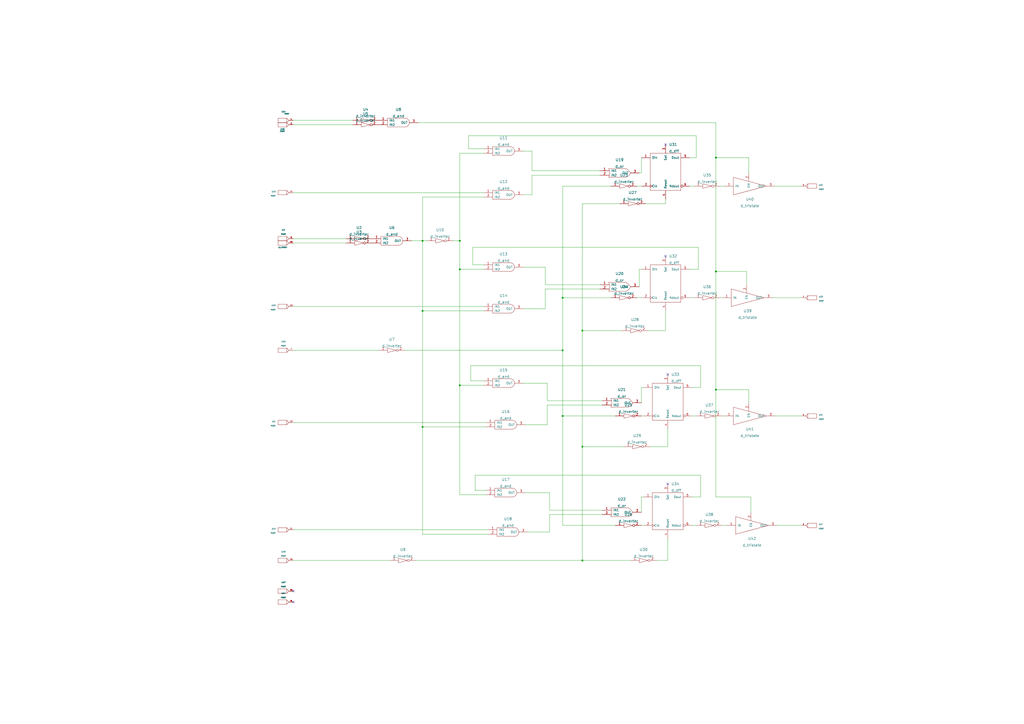
<source format=kicad_sch>
(kicad_sch (version 20211123) (generator eeschema)
  (paper "A2")
  (lib_symbols
    (symbol "eSim_Digital:d_and" (pin_names (offset 1.016))
      (property "Reference" "U" (at 0 0 0))
      (property "Value" "d_and" (at 1.27 2.54 0))
      (symbol "d_and_0_1"
        (polyline (pts (xy 3.81 -1.27) (xy -6.35 -1.27) (xy -6.35 3.81) (xy 3.81 3.81)))
        (arc (start 3.81 -1.27) (mid 5.5897 -0.5171) (end 6.35 1.27))
        (arc (start 6.35 1.27) (mid 5.5971 3.0497) (end 3.81 3.81))
      )
      (symbol "d_and_1_1"
        (pin input line (at -11.43 2.54 0) (length 5.08) (name "IN1") (number "1"))
        (pin input line (at -11.43 0 0) (length 5.08) (name "IN2") (number "2"))
        (pin output line (at 11.43 1.27 180) (length 5.08) (name "OUT") (number "3"))
      )
    )
    (symbol "eSim_Digital:d_dff" (pin_names (offset 1.016))
      (property "Reference" "U" (at 0 0 0))
      (property "Value" "d_dff" (at 0 3.81 0))
      (symbol "d_dff_0_1"
        (rectangle (start 8.89 11.43) (end -8.89 -10.16))
      )
      (symbol "d_dff_1_1"
        (pin input line (at -13.97 8.89 0) (length 5.08) (name "Din") (number "1"))
        (pin input clock (at -13.97 -7.62 0) (length 5.08) (name "Clk") (number "2"))
        (pin input line (at 0 16.51 270) (length 5.08) (name "Set") (number "3"))
        (pin input line (at 0 -15.24 90) (length 5.08) (name "Reset") (number "4"))
        (pin output line (at 13.97 8.89 180) (length 5.08) (name "Dout") (number "5"))
        (pin output inverted (at 13.97 -7.62 180) (length 5.08) (name "Ndout") (number "6"))
      )
    )
    (symbol "eSim_Digital:d_inverter" (pin_names (offset 1.016))
      (property "Reference" "U" (at 0 -2.54 0))
      (property "Value" "d_inverter" (at 0 3.81 0))
      (symbol "d_inverter_0_1"
        (polyline (pts (xy -2.54 1.27) (xy -2.54 -1.27) (xy 2.54 0) (xy -2.54 1.27)))
      )
      (symbol "d_inverter_1_1"
        (pin input line (at -7.62 0 0) (length 5.08) (name "~") (number "1"))
        (pin output inverted (at 7.62 0 180) (length 5.08) (name "~") (number "2"))
      )
    )
    (symbol "eSim_Digital:d_or" (pin_names (offset 1.016))
      (property "Reference" "U" (at 0 0 0))
      (property "Value" "d_or" (at 0 2.54 0))
      (symbol "d_or_0_1"
        (arc (start -6.35 -1.27) (mid -5.7504 1.27) (end -6.35 3.81))
        (polyline (pts (xy -6.35 -1.27) (xy 3.81 -1.27)))
        (polyline (pts (xy -6.35 3.81) (xy 3.81 3.81)))
        (arc (start 3.81 -1.27) (mid 5.3181 -0.2399) (end 6.35 1.27))
        (arc (start 6.35 1.27) (mid 5.2222 2.6828) (end 3.81 3.81))
      )
      (symbol "d_or_1_1"
        (pin input line (at -11.43 2.54 0) (length 5.461) (name "IN1") (number "1"))
        (pin input line (at -11.43 0 0) (length 5.461) (name "IN2") (number "2"))
        (pin output line (at 11.43 1.27 180) (length 5.08) (name "OUT") (number "3"))
      )
    )
    (symbol "eSim_Digital:d_tristate" (pin_names (offset 1.016))
      (property "Reference" "U" (at -6.35 6.35 0))
      (property "Value" "d_tristate" (at -5.08 11.43 0))
      (symbol "d_tristate_0_1"
        (polyline (pts (xy -10.16 13.97) (xy -10.16 3.81) (xy 8.89 8.89) (xy -10.16 13.97)))
      )
      (symbol "d_tristate_1_1"
        (pin input line (at -15.24 8.89 0) (length 5.08) (name "IN") (number "1"))
        (pin input line (at -1.27 1.27 90) (length 4.9022) (name "EN") (number "2"))
        (pin output line (at 13.97 8.89 180) (length 5.08) (name "OUT") (number "3"))
      )
    )
    (symbol "eSim_Miscellaneous:PORT" (pin_names (offset 1.016))
      (property "Reference" "U" (at 1.27 2.54 0))
      (property "Value" "PORT" (at 0 0 0))
      (symbol "PORT_0_1"
        (rectangle (start -2.54 1.27) (end 2.54 -1.27))
        (arc (start 2.54 1.27) (mid 3.1355 0.5955) (end 3.81 0))
        (arc (start 3.81 0) (mid 3.1447 -0.6046) (end 2.54 -1.27))
      )
      (symbol "PORT_1_1"
        (pin bidirectional line (at 6.35 0 180) (length 2.54) (name "~") (number "1"))
      )
      (symbol "PORT_2_1"
        (pin bidirectional line (at 6.35 0 180) (length 2.54) (name "~") (number "2"))
      )
      (symbol "PORT_3_1"
        (pin bidirectional line (at 6.35 0 180) (length 2.54) (name "~") (number "3"))
      )
      (symbol "PORT_4_1"
        (pin bidirectional line (at 6.35 0 180) (length 2.54) (name "~") (number "4"))
      )
      (symbol "PORT_5_1"
        (pin bidirectional line (at 6.35 0 180) (length 2.54) (name "~") (number "5"))
      )
      (symbol "PORT_6_1"
        (pin bidirectional line (at 6.35 0 180) (length 2.54) (name "~") (number "6"))
      )
      (symbol "PORT_7_1"
        (pin bidirectional line (at 6.35 0 180) (length 2.54) (name "~") (number "7"))
      )
      (symbol "PORT_8_1"
        (pin bidirectional line (at 6.35 0 180) (length 2.54) (name "~") (number "8"))
      )
      (symbol "PORT_9_1"
        (pin bidirectional line (at 6.35 0 180) (length 2.54) (name "~") (number "9"))
      )
      (symbol "PORT_10_1"
        (pin bidirectional line (at 6.35 0 180) (length 2.54) (name "~") (number "10"))
      )
      (symbol "PORT_11_1"
        (pin bidirectional line (at 6.35 0 180) (length 2.54) (name "~") (number "11"))
      )
      (symbol "PORT_12_1"
        (pin bidirectional line (at 6.35 0 180) (length 2.54) (name "~") (number "12"))
      )
      (symbol "PORT_13_1"
        (pin bidirectional line (at 6.35 0 180) (length 2.54) (name "~") (number "13"))
      )
      (symbol "PORT_14_1"
        (pin bidirectional line (at 6.35 0 180) (length 2.54) (name "~") (number "14"))
      )
      (symbol "PORT_15_1"
        (pin bidirectional line (at 6.35 0 180) (length 2.54) (name "~") (number "15"))
      )
      (symbol "PORT_16_1"
        (pin bidirectional line (at 6.35 0 180) (length 2.54) (name "~") (number "16"))
      )
      (symbol "PORT_17_1"
        (pin bidirectional line (at 6.35 0 180) (length 2.54) (name "~") (number "17"))
      )
      (symbol "PORT_18_1"
        (pin bidirectional line (at 6.35 0 180) (length 2.54) (name "~") (number "18"))
      )
      (symbol "PORT_19_1"
        (pin bidirectional line (at 6.35 0 180) (length 2.54) (name "~") (number "19"))
      )
      (symbol "PORT_20_1"
        (pin bidirectional line (at 6.35 0 180) (length 2.54) (name "~") (number "20"))
      )
      (symbol "PORT_21_1"
        (pin bidirectional line (at 6.35 0 180) (length 2.54) (name "~") (number "21"))
      )
      (symbol "PORT_22_1"
        (pin bidirectional line (at 6.35 0 180) (length 2.54) (name "~") (number "22"))
      )
      (symbol "PORT_23_1"
        (pin bidirectional line (at 6.35 0 180) (length 2.54) (name "~") (number "23"))
      )
      (symbol "PORT_24_1"
        (pin bidirectional line (at 6.35 0 180) (length 2.54) (name "~") (number "24"))
      )
      (symbol "PORT_25_1"
        (pin bidirectional line (at 6.35 0 180) (length 2.54) (name "~") (number "25"))
      )
      (symbol "PORT_26_1"
        (pin bidirectional line (at 6.35 0 180) (length 2.54) (name "~") (number "26"))
      )
    )
  )
  (junction (at 326.39 203.2))
  (junction (at 266.7 223.52))
  (junction (at 415.29 226.06))
  (junction (at 266.7 139.7))
  (junction (at 337.82 259.08))
  (junction (at 415.29 91.44))
  (junction (at 245.11 247.65))
  (junction (at 337.82 325.12))
  (junction (at 337.82 191.77))
  (junction (at 245.11 180.34))
  (junction (at 245.11 139.7))
  (junction (at 326.39 172.72))
  (junction (at 326.39 241.3))
  (junction (at 266.7 156.21))
  (junction (at 415.29 157.48))
  (no_connect (at 170.18 342.9))
  (no_connect (at 387.35 280.67))
  (no_connect (at 386.08 148.59))
  (no_connect (at 170.18 349.25))
  (no_connect (at 386.08 83.82))
  (no_connect (at 387.35 217.17))
  (wire (pts (xy 372.11 233.68) (xy 372.11 224.79)))
  (wire (pts (xy 434.34 100.33) (xy 434.34 91.44)))
  (wire (pts (xy 373.38 304.8) (xy 372.11 304.8)))
  (wire (pts (xy 238.76 139.7) (xy 245.11 139.7)))
  (wire (pts (xy 280.67 114.3) (xy 245.11 114.3)))
  (wire (pts (xy 303.53 154.94) (xy 316.23 154.94)))
  (wire (pts (xy 387.35 325.12) (xy 381 325.12)))
  (wire (pts (xy 403.86 78.74) (xy 271.78 78.74)))
  (wire (pts (xy 365.76 325.12) (xy 337.82 325.12)))
  (wire (pts (xy 386.08 180.34) (xy 386.08 191.77)))
  (wire (pts (xy 326.39 203.2) (xy 326.39 172.72)))
  (wire (pts (xy 245.11 114.3) (xy 245.11 139.7)))
  (wire (pts (xy 387.35 248.92) (xy 387.35 259.08)))
  (wire (pts (xy 326.39 107.95) (xy 354.33 107.95)))
  (wire (pts (xy 245.11 180.34) (xy 245.11 247.65)))
  (wire (pts (xy 372.11 224.79) (xy 373.38 224.79)))
  (wire (pts (xy 434.34 91.44) (xy 415.29 91.44)))
  (wire (pts (xy 266.7 139.7) (xy 266.7 156.21)))
  (wire (pts (xy 316.23 154.94) (xy 316.23 165.1)))
  (wire (pts (xy 405.13 156.21) (xy 400.05 156.21)))
  (wire (pts (xy 308.61 101.6) (xy 347.98 101.6)))
  (wire (pts (xy 170.18 138.43) (xy 200.66 138.43)))
  (wire (pts (xy 308.61 87.63) (xy 308.61 99.06)))
  (wire (pts (xy 170.18 72.39) (xy 204.47 72.39)))
  (wire (pts (xy 372.11 297.18) (xy 372.11 288.29)))
  (wire (pts (xy 448.31 172.72) (xy 464.82 172.72)))
  (wire (pts (xy 372.11 100.33) (xy 372.11 91.44)))
  (wire (pts (xy 374.65 118.11) (xy 386.08 118.11)))
  (wire (pts (xy 245.11 180.34) (xy 280.67 180.34)))
  (wire (pts (xy 245.11 139.7) (xy 247.65 139.7)))
  (wire (pts (xy 326.39 172.72) (xy 354.33 172.72)))
  (wire (pts (xy 337.82 325.12) (xy 337.82 259.08)))
  (wire (pts (xy 419.1 304.8) (xy 421.64 304.8)))
  (wire (pts (xy 245.11 247.65) (xy 281.94 247.65)))
  (wire (pts (xy 317.5 222.25) (xy 317.5 232.41)))
  (wire (pts (xy 317.5 232.41) (xy 349.25 232.41)))
  (wire (pts (xy 326.39 172.72) (xy 326.39 107.95)))
  (wire (pts (xy 415.29 288.29) (xy 415.29 226.06)))
  (wire (pts (xy 433.07 165.1) (xy 433.07 157.48)))
  (wire (pts (xy 170.18 69.85) (xy 204.47 69.85)))
  (wire (pts (xy 273.05 220.98) (xy 273.05 212.09)))
  (wire (pts (xy 369.57 172.72) (xy 372.11 172.72)))
  (wire (pts (xy 406.4 288.29) (xy 401.32 288.29)))
  (wire (pts (xy 275.59 275.59) (xy 406.4 275.59)))
  (wire (pts (xy 400.05 172.72) (xy 402.59 172.72)))
  (wire (pts (xy 303.53 222.25) (xy 317.5 222.25)))
  (wire (pts (xy 275.59 284.48) (xy 275.59 275.59)))
  (wire (pts (xy 419.1 241.3) (xy 420.37 241.3)))
  (wire (pts (xy 386.08 191.77) (xy 375.92 191.77)))
  (wire (pts (xy 306.07 308.61) (xy 318.77 308.61)))
  (wire (pts (xy 273.05 212.09) (xy 406.4 212.09)))
  (wire (pts (xy 303.53 179.07) (xy 316.23 179.07)))
  (wire (pts (xy 326.39 241.3) (xy 356.87 241.3)))
  (wire (pts (xy 266.7 88.9) (xy 266.7 139.7)))
  (wire (pts (xy 415.29 157.48) (xy 415.29 91.44)))
  (wire (pts (xy 262.89 139.7) (xy 266.7 139.7)))
  (wire (pts (xy 266.7 156.21) (xy 280.67 156.21)))
  (wire (pts (xy 318.77 295.91) (xy 349.25 295.91)))
  (wire (pts (xy 308.61 99.06) (xy 347.98 99.06)))
  (wire (pts (xy 386.08 118.11) (xy 386.08 115.57)))
  (wire (pts (xy 170.18 203.2) (xy 219.71 203.2)))
  (wire (pts (xy 356.87 304.8) (xy 326.39 304.8)))
  (wire (pts (xy 170.18 245.11) (xy 281.94 245.11)))
  (wire (pts (xy 241.3 325.12) (xy 337.82 325.12)))
  (wire (pts (xy 170.18 140.97) (xy 200.66 140.97)))
  (wire (pts (xy 170.18 307.34) (xy 283.21 307.34)))
  (wire (pts (xy 417.83 172.72) (xy 419.1 172.72)))
  (wire (pts (xy 326.39 241.3) (xy 326.39 203.2)))
  (wire (pts (xy 316.23 165.1) (xy 347.98 165.1)))
  (wire (pts (xy 387.35 259.08) (xy 377.19 259.08)))
  (wire (pts (xy 369.57 107.95) (xy 372.11 107.95)))
  (wire (pts (xy 266.7 88.9) (xy 280.67 88.9)))
  (wire (pts (xy 170.18 325.12) (xy 226.06 325.12)))
  (wire (pts (xy 361.95 259.08) (xy 337.82 259.08)))
  (wire (pts (xy 433.07 157.48) (xy 415.29 157.48)))
  (wire (pts (xy 271.78 78.74) (xy 271.78 86.36)))
  (wire (pts (xy 337.82 118.11) (xy 359.41 118.11)))
  (wire (pts (xy 370.84 156.21) (xy 372.11 156.21)))
  (wire (pts (xy 406.4 212.09) (xy 406.4 224.79)))
  (wire (pts (xy 415.29 91.44) (xy 415.29 71.12)))
  (wire (pts (xy 303.53 113.03) (xy 308.61 113.03)))
  (wire (pts (xy 266.7 223.52) (xy 280.67 223.52)))
  (wire (pts (xy 400.05 91.44) (xy 403.86 91.44)))
  (wire (pts (xy 403.86 91.44) (xy 403.86 78.74)))
  (wire (pts (xy 245.11 247.65) (xy 245.11 309.88)))
  (wire (pts (xy 370.84 100.33) (xy 372.11 100.33)))
  (wire (pts (xy 450.85 304.8) (xy 464.82 304.8)))
  (wire (pts (xy 435.61 288.29) (xy 415.29 288.29)))
  (wire (pts (xy 245.11 309.88) (xy 283.21 309.88)))
  (wire (pts (xy 401.32 304.8) (xy 403.86 304.8)))
  (wire (pts (xy 405.13 143.51) (xy 405.13 156.21)))
  (wire (pts (xy 266.7 223.52) (xy 266.7 287.02)))
  (wire (pts (xy 308.61 113.03) (xy 308.61 101.6)))
  (wire (pts (xy 304.8 246.38) (xy 317.5 246.38)))
  (wire (pts (xy 326.39 304.8) (xy 326.39 241.3)))
  (wire (pts (xy 337.82 259.08) (xy 337.82 191.77)))
  (wire (pts (xy 370.84 166.37) (xy 370.84 156.21)))
  (wire (pts (xy 281.94 284.48) (xy 275.59 284.48)))
  (wire (pts (xy 406.4 275.59) (xy 406.4 288.29)))
  (wire (pts (xy 234.95 203.2) (xy 326.39 203.2)))
  (wire (pts (xy 316.23 179.07) (xy 316.23 167.64)))
  (wire (pts (xy 449.58 241.3) (xy 464.82 241.3)))
  (wire (pts (xy 280.67 220.98) (xy 273.05 220.98)))
  (wire (pts (xy 318.77 285.75) (xy 318.77 295.91)))
  (wire (pts (xy 274.32 153.67) (xy 274.32 143.51)))
  (wire (pts (xy 415.29 71.12) (xy 242.57 71.12)))
  (wire (pts (xy 170.18 177.8) (xy 280.67 177.8)))
  (wire (pts (xy 274.32 143.51) (xy 405.13 143.51)))
  (wire (pts (xy 245.11 139.7) (xy 245.11 180.34)))
  (wire (pts (xy 316.23 167.64) (xy 347.98 167.64)))
  (wire (pts (xy 337.82 191.77) (xy 337.82 118.11)))
  (wire (pts (xy 401.32 241.3) (xy 403.86 241.3)))
  (wire (pts (xy 360.68 191.77) (xy 337.82 191.77)))
  (wire (pts (xy 406.4 224.79) (xy 401.32 224.79)))
  (wire (pts (xy 317.5 234.95) (xy 349.25 234.95)))
  (wire (pts (xy 415.29 226.06) (xy 415.29 157.48)))
  (wire (pts (xy 318.77 298.45) (xy 349.25 298.45)))
  (wire (pts (xy 304.8 285.75) (xy 318.77 285.75)))
  (wire (pts (xy 266.7 287.02) (xy 281.94 287.02)))
  (wire (pts (xy 318.77 308.61) (xy 318.77 298.45)))
  (wire (pts (xy 266.7 156.21) (xy 266.7 223.52)))
  (wire (pts (xy 417.83 107.95) (xy 420.37 107.95)))
  (wire (pts (xy 434.34 226.06) (xy 415.29 226.06)))
  (wire (pts (xy 434.34 233.68) (xy 434.34 226.06)))
  (wire (pts (xy 317.5 246.38) (xy 317.5 234.95)))
  (wire (pts (xy 387.35 312.42) (xy 387.35 325.12)))
  (wire (pts (xy 170.18 111.76) (xy 280.67 111.76)))
  (wire (pts (xy 372.11 288.29) (xy 373.38 288.29)))
  (wire (pts (xy 400.05 107.95) (xy 402.59 107.95)))
  (wire (pts (xy 303.53 87.63) (xy 308.61 87.63)))
  (wire (pts (xy 280.67 153.67) (xy 274.32 153.67)))
  (wire (pts (xy 372.11 241.3) (xy 373.38 241.3)))
  (wire (pts (xy 435.61 297.18) (xy 435.61 288.29)))
  (wire (pts (xy 449.58 107.95) (xy 464.82 107.95)))
  (wire (pts (xy 271.78 86.36) (xy 280.67 86.36)))
  (symbol (lib_id "eSim_Miscellaneous:PORT") (at 163.83 245.11 0) (mirror x) (unit 12)
    (property "Reference" "U1" (at 160.02 244.475 0) (effects (font (size 0.762 0.762)) (justify right)))
    (property "Value" "PORT" (at 160.02 247.015 0) (effects (font (size 0.762 0.762)) (justify right)))
  )
  (symbol (lib_id "eSim_Digital:d_inverter") (at 369.57 259.08 0) (unit 1)
    (property "Reference" "U29" (at 369.57 252.73 0) (effects (font (size 1.524 1.524))))
    (property "Value" "d_inverter" (at 369.57 256.54 0) (effects (font (size 1.524 1.524))))
  )
  (symbol (lib_id "eSim_Miscellaneous:PORT") (at 163.83 138.43 0) (unit 9)
    (property "Reference" "U1" (at 164.465 133.35 0) (effects (font (size 0.762 0.762))))
    (property "Value" "PORT" (at 164.465 135.89 0) (effects (font (size 0.762 0.762))))
  )
  (symbol (lib_id "eSim_Digital:d_inverter") (at 364.49 304.8 0) (unit 1)
    (property "Reference" "U26" (at 364.49 298.45 0) (effects (font (size 1.524 1.524))))
    (property "Value" "d_inverter" (at 364.49 302.26 0) (effects (font (size 1.524 1.524))))
  )
  (symbol (lib_id "eSim_Miscellaneous:PORT") (at 163.83 342.9 0) (unit 16)
    (property "Reference" "U1" (at 164.465 337.82 0) (effects (font (size 0.762 0.762))))
    (property "Value" "PORT" (at 164.465 340.36 0) (effects (font (size 0.762 0.762))))
  )
  (symbol (lib_id "eSim_Digital:d_and") (at 231.14 72.39 0) (unit 1)
    (property "Reference" "U8" (at 231.14 63.5 0) (effects (font (size 1.524 1.524))))
    (property "Value" "d_and" (at 231.14 67.31 0) (effects (font (size 1.524 1.524))))
  )
  (symbol (lib_id "eSim_Digital:d_dff") (at 387.35 297.18 0) (unit 1)
    (property "Reference" "U34" (at 389.3694 280.67 0) (effects (font (size 1.524 1.524)) (justify left)))
    (property "Value" "d_dff" (at 389.3694 284.48 0) (effects (font (size 1.524 1.524)) (justify left)))
  )
  (symbol (lib_id "eSim_Digital:d_and") (at 292.1 223.52 0) (unit 1)
    (property "Reference" "U15" (at 292.1 214.63 0) (effects (font (size 1.524 1.524))))
    (property "Value" "d_and" (at 292.1 218.44 0) (effects (font (size 1.524 1.524))))
  )
  (symbol (lib_id "eSim_Digital:d_inverter") (at 411.48 241.3 0) (unit 1)
    (property "Reference" "U37" (at 411.48 234.95 0) (effects (font (size 1.524 1.524))))
    (property "Value" "d_inverter" (at 411.48 238.76 0) (effects (font (size 1.524 1.524))))
  )
  (symbol (lib_id "eSim_Digital:d_tristate") (at 435.61 99.06 0) (mirror x) (unit 1)
    (property "Reference" "U40" (at 434.975 115.57 0) (effects (font (size 1.524 1.524))))
    (property "Value" "d_tristate" (at 434.975 119.38 0) (effects (font (size 1.524 1.524))))
  )
  (symbol (lib_id "eSim_Miscellaneous:PORT") (at 163.83 72.39 0) (unit 2)
    (property "Reference" "U1" (at 163.83 74.93 0) (effects (font (size 0.762 0.762))))
    (property "Value" "PORT" (at 163.83 76.2 0) (effects (font (size 0.762 0.762))))
  )
  (symbol (lib_id "eSim_Digital:d_inverter") (at 367.03 118.11 0) (unit 1)
    (property "Reference" "U27" (at 367.03 111.76 0) (effects (font (size 1.524 1.524))))
    (property "Value" "d_inverter" (at 367.03 115.57 0) (effects (font (size 1.524 1.524))))
  )
  (symbol (lib_id "eSim_Digital:d_or") (at 360.68 234.95 0) (unit 1)
    (property "Reference" "U21" (at 360.68 226.06 0) (effects (font (size 1.524 1.524))))
    (property "Value" "d_or" (at 360.68 229.87 0) (effects (font (size 1.524 1.524))))
  )
  (symbol (lib_id "eSim_Miscellaneous:PORT") (at 163.83 325.12 0) (unit 15)
    (property "Reference" "U1" (at 164.465 320.04 0) (effects (font (size 0.762 0.762))))
    (property "Value" "PORT" (at 164.465 322.58 0) (effects (font (size 0.762 0.762))))
  )
  (symbol (lib_id "eSim_Digital:d_inverter") (at 411.48 304.8 0) (unit 1)
    (property "Reference" "U38" (at 411.48 298.45 0) (effects (font (size 1.524 1.524))))
    (property "Value" "d_inverter" (at 411.48 302.26 0) (effects (font (size 1.524 1.524))))
  )
  (symbol (lib_id "eSim_Digital:d_inverter") (at 410.21 172.72 0) (unit 1)
    (property "Reference" "U36" (at 410.21 166.37 0) (effects (font (size 1.524 1.524))))
    (property "Value" "d_inverter" (at 410.21 170.18 0) (effects (font (size 1.524 1.524))))
  )
  (symbol (lib_id "eSim_Digital:d_and") (at 292.1 114.3 0) (unit 1)
    (property "Reference" "U12" (at 292.1 105.41 0) (effects (font (size 1.524 1.524))))
    (property "Value" "d_and" (at 292.1 109.22 0) (effects (font (size 1.524 1.524))))
  )
  (symbol (lib_id "eSim_Miscellaneous:PORT") (at 163.83 203.2 0) (unit 7)
    (property "Reference" "U1" (at 164.465 198.12 0) (effects (font (size 0.762 0.762))))
    (property "Value" "PORT" (at 164.465 200.66 0) (effects (font (size 0.762 0.762))))
  )
  (symbol (lib_id "eSim_Digital:d_and") (at 293.37 247.65 0) (unit 1)
    (property "Reference" "U16" (at 293.37 238.76 0) (effects (font (size 1.524 1.524))))
    (property "Value" "d_and" (at 293.37 242.57 0) (effects (font (size 1.524 1.524))))
  )
  (symbol (lib_id "eSim_Digital:d_dff") (at 387.35 233.68 0) (unit 1)
    (property "Reference" "U33" (at 389.3694 217.17 0) (effects (font (size 1.524 1.524)) (justify left)))
    (property "Value" "d_dff" (at 389.3694 220.98 0) (effects (font (size 1.524 1.524)) (justify left)))
  )
  (symbol (lib_id "eSim_Digital:d_tristate") (at 435.61 232.41 0) (mirror x) (unit 1)
    (property "Reference" "U41" (at 434.975 248.92 0) (effects (font (size 1.524 1.524))))
    (property "Value" "d_tristate" (at 434.975 252.73 0) (effects (font (size 1.524 1.524))))
  )
  (symbol (lib_id "eSim_Digital:d_and") (at 293.37 287.02 0) (unit 1)
    (property "Reference" "U17" (at 293.37 278.13 0) (effects (font (size 1.524 1.524))))
    (property "Value" "d_and" (at 293.37 281.94 0) (effects (font (size 1.524 1.524))))
  )
  (symbol (lib_id "eSim_Miscellaneous:PORT") (at 471.17 107.95 0) (mirror y) (unit 3)
    (property "Reference" "U1" (at 474.98 107.315 0) (effects (font (size 0.762 0.762)) (justify right)))
    (property "Value" "PORT" (at 474.98 109.855 0) (effects (font (size 0.762 0.762)) (justify right)))
  )
  (symbol (lib_id "eSim_Digital:d_inverter") (at 227.33 203.2 0) (unit 1)
    (property "Reference" "U7" (at 227.33 196.85 0) (effects (font (size 1.524 1.524))))
    (property "Value" "d_inverter" (at 227.33 200.66 0) (effects (font (size 1.524 1.524))))
  )
  (symbol (lib_id "eSim_Digital:d_dff") (at 386.08 165.1 0) (unit 1)
    (property "Reference" "U32" (at 388.0994 148.59 0) (effects (font (size 1.524 1.524)) (justify left)))
    (property "Value" "d_dff" (at 388.0994 152.4 0) (effects (font (size 1.524 1.524)) (justify left)))
  )
  (symbol (lib_id "eSim_Digital:d_or") (at 360.68 298.45 0) (unit 1)
    (property "Reference" "U22" (at 360.68 289.56 0) (effects (font (size 1.524 1.524))))
    (property "Value" "d_or" (at 360.68 293.37 0) (effects (font (size 1.524 1.524))))
  )
  (symbol (lib_id "eSim_Digital:d_inverter") (at 410.21 107.95 0) (unit 1)
    (property "Reference" "U35" (at 410.21 101.6 0) (effects (font (size 1.524 1.524))))
    (property "Value" "d_inverter" (at 410.21 105.41 0) (effects (font (size 1.524 1.524))))
  )
  (symbol (lib_id "eSim_Digital:d_inverter") (at 255.27 139.7 0) (unit 1)
    (property "Reference" "U10" (at 255.27 133.35 0) (effects (font (size 1.524 1.524))))
    (property "Value" "d_inverter" (at 255.27 137.16 0) (effects (font (size 1.524 1.524))))
  )
  (symbol (lib_id "eSim_Digital:d_inverter") (at 233.68 325.12 0) (unit 1)
    (property "Reference" "U9" (at 233.68 318.77 0) (effects (font (size 1.524 1.524))))
    (property "Value" "d_inverter" (at 233.68 322.58 0) (effects (font (size 1.524 1.524))))
  )
  (symbol (lib_id "eSim_Digital:d_inverter") (at 364.49 241.3 0) (unit 1)
    (property "Reference" "U25" (at 364.49 234.95 0) (effects (font (size 1.524 1.524))))
    (property "Value" "d_inverter" (at 364.49 238.76 0) (effects (font (size 1.524 1.524))))
  )
  (symbol (lib_id "eSim_Digital:d_tristate") (at 434.34 163.83 0) (mirror x) (unit 1)
    (property "Reference" "U39" (at 433.705 180.34 0) (effects (font (size 1.524 1.524))))
    (property "Value" "d_tristate" (at 433.705 184.15 0) (effects (font (size 1.524 1.524))))
  )
  (symbol (lib_id "eSim_Digital:d_inverter") (at 361.95 172.72 0) (unit 1)
    (property "Reference" "U24" (at 361.95 166.37 0) (effects (font (size 1.524 1.524))))
    (property "Value" "d_inverter" (at 361.95 170.18 0) (effects (font (size 1.524 1.524))))
  )
  (symbol (lib_id "eSim_Digital:d_tristate") (at 436.88 295.91 0) (mirror x) (unit 1)
    (property "Reference" "U42" (at 436.245 312.42 0) (effects (font (size 1.524 1.524))))
    (property "Value" "d_tristate" (at 436.245 316.23 0) (effects (font (size 1.524 1.524))))
  )
  (symbol (lib_id "eSim_Miscellaneous:PORT") (at 163.83 307.34 0) (mirror x) (unit 11)
    (property "Reference" "U1" (at 160.02 306.705 0) (effects (font (size 0.762 0.762)) (justify right)))
    (property "Value" "PORT" (at 160.02 309.245 0) (effects (font (size 0.762 0.762)) (justify right)))
  )
  (symbol (lib_id "eSim_Miscellaneous:PORT") (at 163.83 177.8 0) (mirror x) (unit 13)
    (property "Reference" "U1" (at 160.02 177.165 0) (effects (font (size 0.762 0.762)) (justify right)))
    (property "Value" "PORT" (at 160.02 179.705 0) (effects (font (size 0.762 0.762)) (justify right)))
  )
  (symbol (lib_id "eSim_Digital:d_or") (at 359.41 167.64 0) (unit 1)
    (property "Reference" "U20" (at 359.41 158.75 0) (effects (font (size 1.524 1.524))))
    (property "Value" "d_or" (at 359.41 162.56 0) (effects (font (size 1.524 1.524))))
  )
  (symbol (lib_id "eSim_Digital:d_inverter") (at 373.38 325.12 0) (unit 1)
    (property "Reference" "U30" (at 373.38 318.77 0) (effects (font (size 1.524 1.524))))
    (property "Value" "d_inverter" (at 373.38 322.58 0) (effects (font (size 1.524 1.524))))
  )
  (symbol (lib_id "eSim_Digital:d_inverter") (at 368.3 191.77 0) (unit 1)
    (property "Reference" "U28" (at 368.3 185.42 0) (effects (font (size 1.524 1.524))))
    (property "Value" "d_inverter" (at 368.3 189.23 0) (effects (font (size 1.524 1.524))))
  )
  (symbol (lib_id "eSim_Miscellaneous:PORT") (at 163.83 69.85 0) (unit 1)
    (property "Reference" "U1" (at 164.465 64.77 0) (effects (font (size 0.762 0.762))))
    (property "Value" "PORT" (at 166.37 66.04 0) (effects (font (size 0.762 0.762))))
  )
  (symbol (lib_id "eSim_Digital:d_inverter") (at 208.28 140.97 0) (unit 1)
    (property "Reference" "U3" (at 208.28 134.62 0) (effects (font (size 1.524 1.524))))
    (property "Value" "d_inverter" (at 208.28 138.43 0) (effects (font (size 1.524 1.524))))
  )
  (symbol (lib_id "eSim_Digital:d_and") (at 294.64 309.88 0) (unit 1)
    (property "Reference" "U18" (at 294.64 300.99 0) (effects (font (size 1.524 1.524))))
    (property "Value" "d_and" (at 294.64 304.8 0) (effects (font (size 1.524 1.524))))
  )
  (symbol (lib_id "eSim_Miscellaneous:PORT") (at 163.83 349.25 0) (unit 8)
    (property "Reference" "U1" (at 164.465 344.17 0) (effects (font (size 0.762 0.762))))
    (property "Value" "PORT" (at 164.465 346.71 0) (effects (font (size 0.762 0.762))))
  )
  (symbol (lib_id "eSim_Digital:d_and") (at 292.1 88.9 0) (unit 1)
    (property "Reference" "U11" (at 292.1 80.01 0) (effects (font (size 1.524 1.524))))
    (property "Value" "d_and" (at 292.1 83.82 0) (effects (font (size 1.524 1.524))))
  )
  (symbol (lib_id "eSim_Miscellaneous:PORT") (at 471.17 172.72 0) (mirror y) (unit 4)
    (property "Reference" "U1" (at 474.98 172.085 0) (effects (font (size 0.762 0.762)) (justify right)))
    (property "Value" "PORT" (at 474.98 174.625 0) (effects (font (size 0.762 0.762)) (justify right)))
  )
  (symbol (lib_id "eSim_Miscellaneous:PORT") (at 163.83 111.76 0) (mirror x) (unit 14)
    (property "Reference" "U1" (at 160.02 111.125 0) (effects (font (size 0.762 0.762)) (justify right)))
    (property "Value" "PORT" (at 160.02 113.665 0) (effects (font (size 0.762 0.762)) (justify right)))
  )
  (symbol (lib_id "eSim_Digital:d_dff") (at 386.08 100.33 0) (unit 1)
    (property "Reference" "U31" (at 388.0994 83.82 0) (effects (font (size 1.524 1.524)) (justify left)))
    (property "Value" "d_dff" (at 388.0994 87.63 0) (effects (font (size 1.524 1.524)) (justify left)))
  )
  (symbol (lib_id "eSim_Digital:d_and") (at 227.33 140.97 0) (unit 1)
    (property "Reference" "U6" (at 227.33 132.08 0) (effects (font (size 1.524 1.524))))
    (property "Value" "d_and" (at 227.33 135.89 0) (effects (font (size 1.524 1.524))))
  )
  (symbol (lib_id "eSim_Digital:d_inverter") (at 212.09 69.85 0) (unit 1)
    (property "Reference" "U4" (at 212.09 63.5 0) (effects (font (size 1.524 1.524))))
    (property "Value" "d_inverter" (at 212.09 67.31 0) (effects (font (size 1.524 1.524))))
  )
  (symbol (lib_id "eSim_Miscellaneous:PORT") (at 471.17 304.8 0) (mirror y) (unit 6)
    (property "Reference" "U1" (at 474.98 304.165 0) (effects (font (size 0.762 0.762)) (justify right)))
    (property "Value" "PORT" (at 474.98 306.705 0) (effects (font (size 0.762 0.762)) (justify right)))
  )
  (symbol (lib_id "eSim_Digital:d_and") (at 292.1 180.34 0) (unit 1)
    (property "Reference" "U14" (at 292.1 171.45 0) (effects (font (size 1.524 1.524))))
    (property "Value" "d_and" (at 292.1 175.26 0) (effects (font (size 1.524 1.524))))
  )
  (symbol (lib_id "eSim_Digital:d_and") (at 292.1 156.21 0) (unit 1)
    (property "Reference" "U13" (at 292.1 147.32 0) (effects (font (size 1.524 1.524))))
    (property "Value" "d_and" (at 292.1 151.13 0) (effects (font (size 1.524 1.524))))
  )
  (symbol (lib_id "eSim_Digital:d_inverter") (at 212.09 72.39 0) (unit 1)
    (property "Reference" "U5" (at 212.09 66.04 0) (effects (font (size 1.524 1.524))))
    (property "Value" "d_inverter" (at 212.09 69.85 0) (effects (font (size 1.524 1.524))))
  )
  (symbol (lib_id "eSim_Digital:d_inverter") (at 208.28 138.43 0) (unit 1)
    (property "Reference" "U2" (at 208.28 132.08 0) (effects (font (size 1.524 1.524))))
    (property "Value" "d_inverter" (at 208.28 135.89 0) (effects (font (size 1.524 1.524))))
  )
  (symbol (lib_id "eSim_Miscellaneous:PORT") (at 163.83 140.97 0) (unit 10)
    (property "Reference" "U1" (at 162.56 143.51 0) (effects (font (size 0.762 0.762))))
    (property "Value" "PORT" (at 165.1 143.51 0) (effects (font (size 0.762 0.762))))
  )
  (symbol (lib_id "eSim_Miscellaneous:PORT") (at 471.17 241.3 0) (mirror y) (unit 5)
    (property "Reference" "U1" (at 474.98 240.665 0) (effects (font (size 0.762 0.762)) (justify right)))
    (property "Value" "PORT" (at 474.98 243.205 0) (effects (font (size 0.762 0.762)) (justify right)))
  )
  (symbol (lib_id "eSim_Digital:d_inverter") (at 361.95 107.95 0) (unit 1)
    (property "Reference" "U23" (at 361.95 101.6 0) (effects (font (size 1.524 1.524))))
    (property "Value" "d_inverter" (at 361.95 105.41 0) (effects (font (size 1.524 1.524))))
  )
  (symbol (lib_id "eSim_Digital:d_or") (at 359.41 101.6 0) (unit 1)
    (property "Reference" "U19" (at 359.41 92.71 0) (effects (font (size 1.524 1.524))))
    (property "Value" "d_or" (at 359.41 96.52 0) (effects (font (size 1.524 1.524))))
  )
)
</source>
